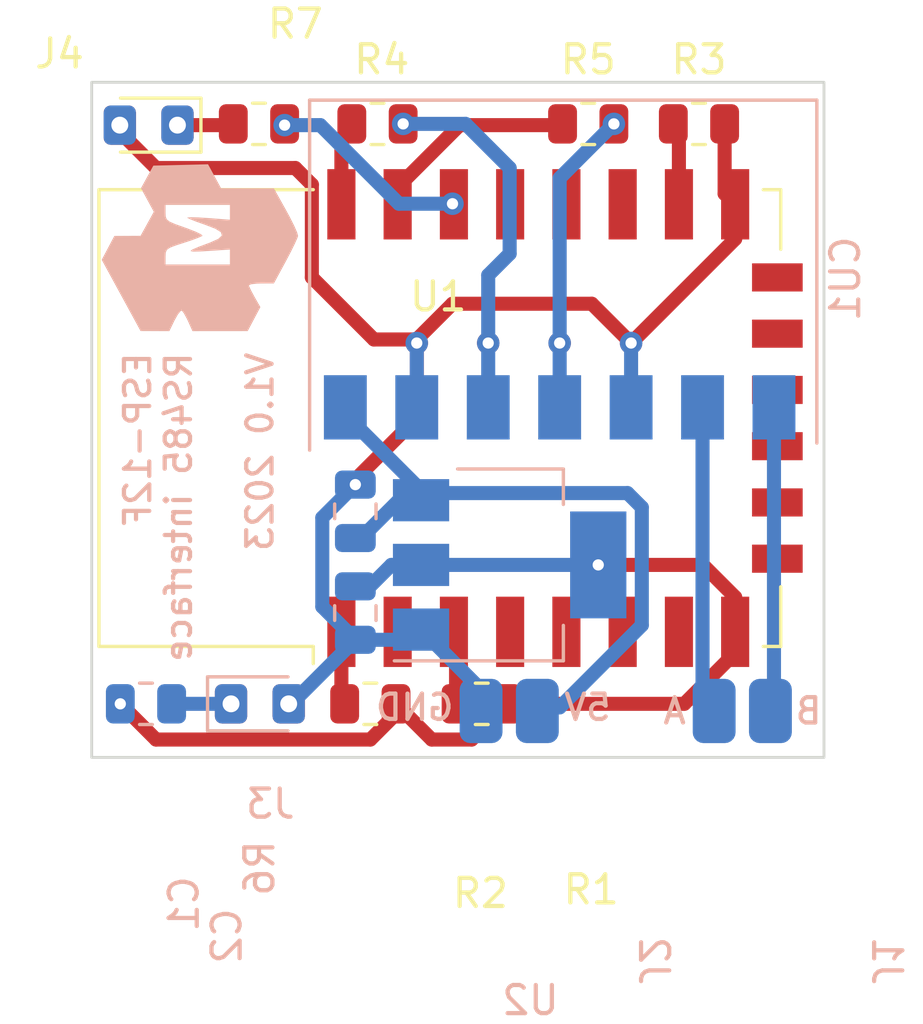
<source format=kicad_pcb>
(kicad_pcb (version 20211014) (generator pcbnew)
  (layers (0 "F.Cu" signal) (31 "B.Cu" signal) (34 "B.Paste" user) (35 "F.Paste" user) (36 "B.SilkS" user "B.Silkscreen") (37 "F.SilkS" user "F.Silkscreen") (38 "B.Mask" user) (39 "F.Mask" user) (44 "Edge.Cuts" user))
  (net 0 "")
  (net 1 "+5V")
  (net 2 "GND")
  (net 3 "+3.3V")
  (net 4 "Net-(CU1-Pad3)")
  (net 5 "Net-(CU1-Pad4)")
  (net 6 "/IN_A")
  (net 7 "/IN_B")
  (net 8 "Net-(R1-Pad2)")
  (net 9 "Net-(R2-Pad2)")
  (net 10 "Net-(R3-Pad1)")
  (net 11 "/ESP_TX")
  (net 12 "/ESP_RX")
  (net 28 "Net-(J3-Pad1)")
  (net 29 "Net-(J4-Pad1)")
  (net 30 "/GPIO_5")
  (footprint "Resistor_SMD:R_0805_2012Metric" (layer "F.Cu") (at 81.788 32.975)
    (fp_text reference "R3" (at 0 -2.286 180) (layer "F.SilkS"))
    (fp_text value "10k")
    (fp_line (start -0.227064 0.735) (end 0.227064 0.735) (layer "F.SilkS") (width 0.12))
    (fp_line (start -0.227064 -0.735) (end 0.227064 -0.735) (layer "F.SilkS") (width 0.12))
    (pad "1" smd roundrect (at -0.9125 0) (size 1.025 1.4) (layers "F.Cu" "F.Paste" "F.Mask") (roundrect_rratio 0.243902439) (net 10 "Net-(R3-Pad1)"))
    (pad "2" smd roundrect (at 0.9125 0) (size 1.025 1.4) (layers "F.Cu" "F.Paste" "F.Mask") (roundrect_rratio 0.243902439) (net 2 "GND"))
  )
  (footprint "Resistor_SMD:R_0805_2012Metric" (layer "F.Cu") (at 74.0645 53.594 180)
    (fp_text reference "R1" (at -3.89 -6.604) (layer "F.SilkS"))
    (fp_text value "10k")
    (fp_line (start -0.227064 -0.735) (end 0.227064 -0.735) (layer "F.SilkS") (width 0.12))
    (fp_line (start -0.227064 0.735) (end 0.227064 0.735) (layer "F.SilkS") (width 0.12))
    (pad "1" smd roundrect (at -0.9125 0 180) (size 1.025 1.4) (layers "F.Cu" "F.Paste" "F.Mask") (roundrect_rratio 0.243902439) (net 3 "+3.3V"))
    (pad "2" smd roundrect (at 0.9125 0 180) (size 1.025 1.4) (layers "F.Cu" "F.Paste" "F.Mask") (roundrect_rratio 0.243902439) (net 8 "Net-(R1-Pad2)"))
  )
  (footprint "Resistor_SMD:R_0805_2012Metric" (layer "F.Cu") (at 77.851 32.975)
    (fp_text reference "R5" (at 0 -2.286 180) (layer "F.SilkS"))
    (fp_text value "0")
    (fp_line (start -0.227064 -0.735) (end 0.227064 -0.735) (layer "F.SilkS") (width 0.12))
    (fp_line (start -0.227064 0.735) (end 0.227064 0.735) (layer "F.SilkS") (width 0.12))
    (pad "1" smd roundrect (at -0.9125 0) (size 1.025 1.4) (layers "F.Cu" "F.Paste" "F.Mask") (roundrect_rratio 0.243902439) (net 12 "/ESP_RX"))
    (pad "2" smd roundrect (at 0.9125 0) (size 1.025 1.4) (layers "F.Cu" "F.Paste" "F.Mask") (roundrect_rratio 0.243902439) (net 5 "Net-(CU1-Pad4)"))
  )
  (footprint "Resistor_SMD:R_0805_2012Metric" (layer "F.Cu") (at 66.1435 32.975 180)
    (fp_text reference "R7" (at -1.2935 3.556) (layer "F.SilkS"))
    (fp_text value "330")
    (fp_line (start -0.227064 -0.735) (end 0.227064 -0.735) (layer "F.SilkS") (width 0.12))
    (fp_line (start -0.227064 0.735) (end 0.227064 0.735) (layer "F.SilkS") (width 0.12))
    (pad "1" smd roundrect (at -0.9125 0 180) (size 1.025 1.4) (layers "F.Cu" "F.Paste" "F.Mask") (roundrect_rratio 0.243902) (net 30 "/GPIO_5"))
    (pad "2" smd roundrect (at 0.9125 0 180) (size 1.025 1.4) (layers "F.Cu" "F.Paste" "F.Mask") (roundrect_rratio 0.243902) (net 29 "Net-(J4-Pad1)"))
  )
  (footprint "-local:my_LED_0805_2012Metric_Pad1.15x1.40mm_HandSolder" (layer "F.Cu") (at 62.221 33.02 180)
    (fp_text reference "J4" (at 3.166 2.54 180) (layer "F.SilkS"))
    (fp_text value "LED")
    (fp_line (start -1.86 -0.96) (end -1.86 0.96) (layer "F.SilkS") (width 0.12))
    (fp_line (start 1 -0.96) (end -1.86 -0.96) (layer "F.SilkS") (width 0.12))
    (fp_line (start -1.86 0.96) (end 1 0.96) (layer "F.SilkS") (width 0.12))
    (pad "1" thru_hole roundrect (at -1.025 0 180) (size 1.15 1.4) (drill 0.6) (layers *.Cu *.Mask) (roundrect_rratio 0.217391) (net 29 "Net-(J4-Pad1)"))
    (pad "2" thru_hole roundrect (at 1.025 0 180) (size 1.15 1.4) (drill 0.6) (layers *.Cu *.Mask) (roundrect_rratio 0.217391) (net 2 "GND"))
  )
  (footprint "Resistor_SMD:R_0805_2012Metric" (layer "F.Cu") (at 70.358 32.975)
    (fp_text reference "R4" (at 0.1505 -2.286 180) (layer "F.SilkS"))
    (fp_text value "0")
    (fp_line (start -0.227064 0.735) (end 0.227064 0.735) (layer "F.SilkS") (width 0.12))
    (fp_line (start -0.227064 -0.735) (end 0.227064 -0.735) (layer "F.SilkS") (width 0.12))
    (pad "1" smd roundrect (at -0.9125 0) (size 1.025 1.4) (layers "F.Cu" "F.Paste" "F.Mask") (roundrect_rratio 0.243902439) (net 11 "/ESP_TX"))
    (pad "2" smd roundrect (at 0.9125 0) (size 1.025 1.4) (layers "F.Cu" "F.Paste" "F.Mask") (roundrect_rratio 0.243902439) (net 4 "Net-(CU1-Pad3)"))
  )
  (footprint "RF_Module:ESP-12E" (layer "F.Cu") (at 72.575 43.434 90)
    (fp_text reference "U1" (at 4.318 -0.058 180) (layer "F.SilkS"))
    (fp_text value "ESP-12F")
    (fp_line (start -8.12 -4.5) (end -8.73 -4.5) (layer "F.SilkS") (width 0.12))
    (fp_line (start 8.12 11.5) (end 8.12 12.12) (layer "F.SilkS") (width 0.12))
    (fp_line (start 8.12 12.12) (end 6 12.12) (layer "F.SilkS") (width 0.12))
    (fp_line (start -8.12 -12.12) (end 8.12 -12.12) (layer "F.SilkS") (width 0.12))
    (fp_line (start -8.12 12.12) (end -8.12 11.5) (layer "F.SilkS") (width 0.12))
    (fp_line (start -8.12 -4.5) (end -8.12 -12.12) (layer "F.SilkS") (width 0.12))
    (fp_line (start 8.12 -12.12) (end 8.12 -4.5) (layer "F.SilkS") (width 0.12))
    (fp_line (start -6 12.12) (end -8.12 12.12) (layer "F.SilkS") (width 0.12))
    (pad "1" smd rect (at -7.6 -3.5 90) (size 2.5 1) (layers "F.Cu" "F.Paste" "F.Mask") (net 9 "Net-(R2-Pad2)"))
    (pad "2" smd rect (at -7.6 -1.5 90) (size 2.5 1) (layers "F.Cu" "F.Paste" "F.Mask"))
    (pad "3" smd rect (at -7.6 0.5 90) (size 2.5 1) (layers "F.Cu" "F.Paste" "F.Mask") (net 8 "Net-(R1-Pad2)"))
    (pad "4" smd rect (at -7.6 2.5 90) (size 2.5 1) (layers "F.Cu" "F.Paste" "F.Mask"))
    (pad "5" smd rect (at -7.6 4.5 90) (size 2.5 1) (layers "F.Cu" "F.Paste" "F.Mask"))
    (pad "6" smd rect (at -7.6 6.5 90) (size 2.5 1) (layers "F.Cu" "F.Paste" "F.Mask"))
    (pad "7" smd rect (at -7.6 8.5 90) (size 2.5 1) (layers "F.Cu" "F.Paste" "F.Mask"))
    (pad "8" smd rect (at -7.6 10.5 90) (size 2.5 1) (layers "F.Cu" "F.Paste" "F.Mask") (net 3 "+3.3V"))
    (pad "9" smd rect (at -5 12 90) (size 1 1.8) (layers "F.Cu" "F.Paste" "F.Mask"))
    (pad "10" smd rect (at -3 12 90) (size 1 1.8) (layers "F.Cu" "F.Paste" "F.Mask"))
    (pad "11" smd rect (at -1 12 90) (size 1 1.8) (layers "F.Cu" "F.Paste" "F.Mask"))
    (pad "12" smd rect (at 1 12 90) (size 1 1.8) (layers "F.Cu" "F.Paste" "F.Mask"))
    (pad "13" smd rect (at 3 12 90) (size 1 1.8) (layers "F.Cu" "F.Paste" "F.Mask"))
    (pad "14" smd rect (at 5 12 90) (size 1 1.8) (layers "F.Cu" "F.Paste" "F.Mask"))
    (pad "15" smd rect (at 7.6 10.5 90) (size 2.5 1) (layers "F.Cu" "F.Paste" "F.Mask") (net 2 "GND"))
    (pad "16" smd rect (at 7.6 8.5 90) (size 2.5 1) (layers "F.Cu" "F.Paste" "F.Mask") (net 10 "Net-(R3-Pad1)"))
    (pad "17" smd rect (at 7.6 6.5 90) (size 2.5 1) (layers "F.Cu" "F.Paste" "F.Mask"))
    (pad "18" smd rect (at 7.6 4.5 90) (size 2.5 1) (layers "F.Cu" "F.Paste" "F.Mask"))
    (pad "19" smd rect (at 7.6 2.5 90) (size 2.5 1) (layers "F.Cu" "F.Paste" "F.Mask"))
    (pad "20" smd rect (at 7.6 0.5 90) (size 2.5 1) (layers "F.Cu" "F.Paste" "F.Mask") (net 30 "/GPIO_5"))
    (pad "21" smd rect (at 7.6 -1.5 90) (size 2.5 1) (layers "F.Cu" "F.Paste" "F.Mask") (net 12 "/ESP_RX"))
    (pad "22" smd rect (at 7.6 -3.5 90) (size 2.5 1) (layers "F.Cu" "F.Paste" "F.Mask") (net 11 "/ESP_TX"))
  )
  (footprint "Resistor_SMD:R_0805_2012Metric" (layer "F.Cu") (at 70.104 53.594 180)
    (fp_text reference "R2" (at -3.9135 -6.731) (layer "F.SilkS"))
    (fp_text value "10k")
    (fp_line (start -0.227064 0.735) (end 0.227064 0.735) (layer "F.SilkS") (width 0.12))
    (fp_line (start -0.227064 -0.735) (end 0.227064 -0.735) (layer "F.SilkS") (width 0.12))
    (pad "1" smd roundrect (at -0.9125 0 180) (size 1.025 1.4) (layers "F.Cu" "F.Paste" "F.Mask") (roundrect_rratio 0.243902439) (net 3 "+3.3V"))
    (pad "2" smd roundrect (at 0.9125 0 180) (size 1.025 1.4) (layers "F.Cu" "F.Paste" "F.Mask") (roundrect_rratio 0.243902439) (net 9 "Net-(R2-Pad2)"))
  )
  (footprint "-local:R411A01" (layer "B.Cu") (at 68.453 32.639 -90)
    (fp_text reference "CU1" (at 5.842 -18.542 90 unlocked) (layer "B.SilkS") (effects (justify mirror)))
    (fp_text value "R411A01")
    (fp_line (start 11.938 0.508) (end -0.508 0.508) (layer "B.SilkS") (width 0.12))
    (fp_line (start -0.508 0.508) (end -0.508 -17.526) (layer "B.SilkS") (width 0.12))
    (fp_line (start -0.508 -17.526) (end 11.684 -17.526) (layer "B.SilkS") (width 0.12))
    (pad "1" smd rect (at 10.414 -0.762 270) (size 2.286 1.524) (layers "B.Cu" "B.Paste" "B.Mask") (net 1 "+5V"))
    (pad "2" smd rect (at 10.414 -3.302 270) (size 2.286 1.524) (layers "B.Cu" "B.Paste" "B.Mask") (net 2 "GND"))
    (pad "3" smd rect (at 10.414 -5.842 270) (size 2.286 1.524) (layers "B.Cu" "B.Paste" "B.Mask") (net 4 "Net-(CU1-Pad3)"))
    (pad "4" smd rect (at 10.414 -8.382 270) (size 2.286 1.524) (layers "B.Cu" "B.Paste" "B.Mask") (net 5 "Net-(CU1-Pad4)"))
    (pad "5" smd rect (at 10.414 -10.922 270) (size 2.286 1.524) (layers "B.Cu" "B.Paste" "B.Mask"))
    (pad "6" smd rect (at 10.414 -13.462 270) (size 2.286 1.524) (layers "B.Cu" "B.Paste" "B.Mask") (net 6 "/IN_A"))
    (pad "7" smd rect (at 10.414 -16.002 270) (size 2.286 1.524) (layers "B.Cu" "B.Paste" "B.Mask") (net 7 "/IN_B"))
  )
  (footprint "-local:2pin_pad" (layer "B.Cu") (at 76.041 53.848 90)
    (fp_text reference "J2" (at -8.89 4.1435 270 unlocked) (layer "B.SilkS") (effects (justify mirror)))
    (fp_text value "PWR")
    (pad "1" smd roundrect (at 0 0 90) (size 2.286 1.524) (layers "B.Cu" "B.Paste" "B.Mask") (net 1 "+5V"))
    (pad "2" smd roundrect (at 0 -2 90) (size 2.286 1.524) (layers "B.Cu" "B.Paste" "B.Mask") (net 2 "GND"))
  )
  (footprint "-local:logo_kms_small_silkscreen" (layer "B.Cu") (at 64.008 36.957 -90)
    (fp_text reference "G***" hide)
    (fp_text value "LOGO" hide)
    (fp_poly (pts (xy 2.116877 2.764724) (xy 3.383025 2.074333) (xy 3.384846 1.562038) (xy 3.386667 1.049742) (xy 3.001301 0.862517) (xy 2.790526 0.744233) (xy 2.670184 0.645099) (xy 2.658544 0.606349) (xy 2.756204 0.53197) (xy 2.951559 0.426272) (xy 3.04391 0.382844) (xy 3.386667 0.228282) (xy 3.385955 -0.753692) (xy 3.385242 -1.735667) (xy 2.958732 -1.961382) (xy 2.532222 -2.187098) (xy 2.176278 -1.983569) (xy 1.955571 -1.864108) (xy 1.796662 -1.790367) (xy 1.756834 -1.77902) (xy 1.721214 -1.854803) (xy 1.697798 -2.050556) (xy 1.692499 -2.2225) (xy 1.691665 -2.667) (xy 0.909333 -3.090334) (xy 0.572241 -3.267716) (xy 0.281728 -3.411355) (xy 0.075183 -3.503285) (xy 0 -3.527314) (xy -0.123164 -3.493503) (xy -0.355769 -3.391419) (xy -0.661039 -3.238198) (xy -0.908502 -3.10398) (xy -1.690003 -2.667) (xy -1.69278 -1.100667) (xy -1.100666 -1.100667) (xy -0.57469 -1.100667) (xy -0.635467 -0.3175) (xy -0.656467 0.015334) (xy -0.662989 0.266572) (xy -0.654674 0.4023) (xy -0.643244 0.415066) (xy -0.591922 0.31503) (xy -0.506157 0.098671) (xy -0.403589 -0.189211) (xy -0.393179 -0.219934) (xy -0.253409 -0.583479) (xy -0.129647 -0.781514) (xy -0.013063 -0.816032) (xy 0.105175 -0.689025) (xy 0.233899 -0.402484) (xy 0.247907 -0.364532) (xy 0.389806 0.016194) (xy 0.484588 0.237516) (xy 0.539083 0.300543) (xy 0.56012 0.206382) (xy 0.554529 -0.043861) (xy 0.53802 -0.3175) (xy 0.486159 -1.100667) (xy 1.016 -1.100667) (xy 1.016 1.185333) (xy 0.734573 1.185333) (xy 0.592127 1.178256) (xy 0.494874 1.134867) (xy 0.417781 1.021929) (xy 0.335814 0.806205) (xy 0.25236 0.545104) (xy 0.151022 0.23986) (xy 0.062012 0.003481) (xy 0.001326 -0.122357) (xy -0.007325 -0.131527) (xy -0.059519 -0.074492) (xy -0.148137 0.109023) (xy -0.257282 0.38445) (xy -0.301766 0.508702) (xy -0.419082 0.837342) (xy -0.50633 1.037477) (xy -0.587853 1.140954) (xy -0.687997 1.179621) (xy -0.818987 1.185333) (xy -1.100666 1.185333) (xy -1.100666 -1.100667) (xy -1.69278 -1.100667) (xy -1.693333 -0.788912) (xy -2.119295 -0.557074) (xy -2.545257 -0.325237) (xy -2.521462 0.64663) (xy -2.497666 1.618497) (xy -1.694762 2.059689) (xy -0.856296 1.603339) (xy -0.00244 2.074333) (xy -0.000508 2.54) (xy 0.001425 3.005666) (xy 0.426076 3.230391) (xy 0.850728 3.455115)) (layer "B.SilkS") (width 0) (fill solid))
  )
  (footprint "Resistor_SMD:R_0805_2012Metric" (layer "B.Cu") (at 62.1265 53.594)
    (fp_text reference "R6" (at 4.0405 5.842 90) (layer "B.SilkS") (effects (justify mirror)))
    (fp_text value "330")
    (fp_line (start -0.227064 0.735) (end 0.227064 0.735) (layer "B.SilkS") (width 0.12))
    (fp_line (start -0.227064 -0.735) (end 0.227064 -0.735) (layer "B.SilkS") (width 0.12))
    (pad "1" smd roundrect (at -0.9125 0) (size 1.025 1.4) (layers "B.Cu" "B.Paste" "B.Mask") (roundrect_rratio 0.243902439) (net 3 "+3.3V"))
    (pad "2" smd roundrect (at 0.9125 0) (size 1.025 1.4) (layers "B.Cu" "B.Paste" "B.Mask") (roundrect_rratio 0.243902439) (net 28 "Net-(J3-Pad1)"))
  )
  (footprint "Package_TO_SOT_SMD:SOT-223-3_TabPin2" (layer "B.Cu") (at 75.057 48.655)
    (fp_text reference "U2" (at 0.7385 15.48 180) (layer "B.SilkS") (effects (justify mirror)))
    (fp_text value "AMS1117-3.3")
    (fp_line (start -1.85 -3.41) (end 1.91 -3.41) (layer "B.SilkS") (width 0.12))
    (fp_line (start 1.91 -3.41) (end 1.91 -2.15) (layer "B.SilkS") (width 0.12))
    (fp_line (start 1.91 3.41) (end 1.91 2.15) (layer "B.SilkS") (width 0.12))
    (fp_line (start -4.1 3.41) (end 1.91 3.41) (layer "B.SilkS") (width 0.12))
    (pad "1" smd rect (at -3.15 2.3) (size 2 1.5) (layers "B.Cu" "B.Paste" "B.Mask") (net 2 "GND"))
    (pad "2" smd rect (at -3.15 0) (size 2 1.5) (layers "B.Cu" "B.Paste" "B.Mask") (net 3 "+3.3V"))
    (pad "2" smd rect (at 3.15 0) (size 2 3.8) (layers "B.Cu" "B.Paste" "B.Mask") (net 3 "+3.3V"))
    (pad "3" smd rect (at -3.15 -2.3) (size 2 1.5) (layers "B.Cu" "B.Paste" "B.Mask") (net 1 "+5V"))
  )
  (footprint "-local:2pin_pad" (layer "B.Cu") (at 84.328 53.848 90)
    (fp_text reference "J1" (at -8.89 4.1435 270 unlocked) (layer "B.SilkS") (effects (justify mirror)))
    (fp_text value "RS485")
    (pad "1" smd roundrect (at 0 0 90) (size 2.286 1.524) (layers "B.Cu" "B.Paste" "B.Mask") (net 7 "/IN_B"))
    (pad "2" smd roundrect (at 0 -2 90) (size 2.286 1.524) (layers "B.Cu" "B.Paste" "B.Mask") (net 6 "/IN_A"))
  )
  (footprint "-local:my_LED_0805_2012Metric_Pad1.15x1.40mm_HandSolder" (layer "B.Cu") (at 66.176 53.594)
    (fp_text reference "J3" (at 0.372 3.556 180) (layer "B.SilkS") (effects (justify mirror)))
    (fp_text value "LED")
    (fp_line (start 1 0.96) (end -1.86 0.96) (layer "B.SilkS") (width 0.12))
    (fp_line (start -1.86 0.96) (end -1.86 -0.96) (layer "B.SilkS") (width 0.12))
    (fp_line (start -1.86 -0.96) (end 1 -0.96) (layer "B.SilkS") (width 0.12))
    (pad "1" thru_hole roundrect (at -1.025 0) (size 1.15 1.4) (drill 0.6) (layers *.Cu *.Mask) (roundrect_rratio 0.217391) (net 28 "Net-(J3-Pad1)"))
    (pad "2" thru_hole roundrect (at 1.025 0) (size 1.15 1.4) (drill 0.6) (layers *.Cu *.Mask) (roundrect_rratio 0.217391) (net 2 "GND"))
  )
  (footprint "Capacitor_SMD:C_0805_2012Metric" (layer "B.Cu") (at 69.571 46.75 90)
    (fp_text reference "C1" (at -13.956 -6.0945 90) (layer "B.SilkS") (effects (justify mirror)))
    (fp_text value "10u")
    (fp_line (start -0.261252 0.735) (end 0.261252 0.735) (layer "B.SilkS") (width 0.12))
    (fp_line (start -0.261252 -0.735) (end 0.261252 -0.735) (layer "B.SilkS") (width 0.12))
    (pad "1" smd roundrect (at -0.95 0 90) (size 1 1.45) (layers "B.Cu" "B.Paste" "B.Mask") (net 1 "+5V"))
    (pad "2" smd roundrect (at 0.95 0 90) (size 1 1.45) (layers "B.Cu" "B.Paste" "B.Mask") (net 2 "GND"))
  )
  (footprint "Capacitor_SMD:C_0805_2012Metric" (layer "B.Cu") (at 69.571 50.367 -90)
    (fp_text reference "C2" (at 11.482 4.5705 90) (layer "B.SilkS") (effects (justify mirror)))
    (fp_text value "10u")
    (fp_line (start -0.261252 0.735) (end 0.261252 0.735) (layer "B.SilkS") (width 0.12))
    (fp_line (start -0.261252 -0.735) (end 0.261252 -0.735) (layer "B.SilkS") (width 0.12))
    (pad "1" smd roundrect (at -0.95 0 270) (size 1 1.45) (layers "B.Cu" "B.Paste" "B.Mask") (net 3 "+3.3V"))
    (pad "2" smd roundrect (at 0.95 0 270) (size 1 1.45) (layers "B.Cu" "B.Paste" "B.Mask") (net 2 "GND"))
  )
  (gr_rect (start 86.233 31.496) (end 60.198 55.499) (layer "Edge.Cuts") (width 0.1) (fill none))
  (gr_text "A" (at 81.407 53.848) (layer "B.SilkS") (effects (font (size 0.9 0.9)) (justify left mirror)))
  (gr_text "GND" (at 73.152 53.721) (layer "B.SilkS") (effects (font (size 0.9 0.9)) (justify left mirror)))
  (gr_text "5V" (at 78.74 53.721) (layer "B.SilkS") (effects (font (size 0.9 0.9)) (justify left mirror)))
  (gr_text "ESP-12F \nRS485 interface\n\nV1.0 2023" (at 64.008 41.021 90) (layer "B.SilkS") (effects (font (size 0.9 0.9)) (justify left mirror)))
  (gr_text "B" (at 86.233 53.848) (layer "B.SilkS") (effects (font (size 0.9 0.9)) (justify left mirror)))
  (segment (start 71.907 46.355) (end 71.907 45.999) (width 0.5) (layer "B.Cu") (net 1))
  (segment (start 79.248 46.101) (end 72.161 46.101) (width 0.5) (layer "B.Cu") (net 1))
  (segment (start 71.12 46.355) (end 71.907 46.355) (width 0.5) (layer "B.Cu") (net 1))
  (segment (start 76.041 53.721) (end 76.835 53.721) (width 0.5) (layer "B.Cu") (net 1))
  (segment (start 76.835 53.721) (end 79.756 50.8) (width 0.5) (layer "B.Cu") (net 1))
  (segment (start 79.756 50.8) (end 79.756 46.609) (width 0.5) (layer "B.Cu") (net 1))
  (segment (start 71.907 45.999) (end 69.215 43.307) (width 0.5) (layer "B.Cu") (net 1))
  (segment (start 69.571 47.7) (end 69.775 47.7) (width 0.5) (layer "B.Cu") (net 1))
  (segment (start 69.775 47.7) (end 71.12 46.355) (width 0.5) (layer "B.Cu") (net 1))
  (segment (start 79.756 46.609) (end 79.248 46.101) (width 0.5) (layer "B.Cu") (net 1))
  (segment (start 69.215 43.307) (end 69.215 43.053) (width 0.5) (layer "B.Cu") (net 1))
  (segment (start 72.161 46.101) (end 71.907 46.355) (width 0.5) (layer "B.Cu") (net 1))
  (segment (start 71.755 43.434) (end 71.755 40.767) (width 0.5) (layer "F.Cu") (net 2))
  (segment (start 61.196 33.256) (end 61.196 33.02) (width 0.5) (layer "F.Cu") (net 2))
  (segment (start 68.025 35.132) (end 67.437 34.544) (width 0.5) (layer "F.Cu") (net 2))
  (segment (start 69.571 45.618) (end 71.755 43.434) (width 0.5) (layer "F.Cu") (net 2))
  (segment (start 71.755 40.64) (end 70.231 40.64) (width 0.5) (layer "F.Cu") (net 2))
  (segment (start 67.437 34.544) (end 62.484 34.544) (width 0.5) (layer "F.Cu") (net 2))
  (segment (start 82.7005 35.4595) (end 83.075 35.834) (width 0.5) (layer "F.Cu") (net 2))
  (segment (start 70.231 40.64) (end 68.025 38.434) (width 0.5) (layer "F.Cu") (net 2))
  (segment (start 82.7005 32.975) (end 82.7005 35.4595) (width 0.5) (layer "F.Cu") (net 2))
  (segment (start 77.978 39.37) (end 73.025 39.37) (width 0.5) (layer "F.Cu") (net 2))
  (segment (start 62.484 34.544) (end 61.196 33.256) (width 0.5) (layer "F.Cu") (net 2))
  (segment (start 69.571 45.8) (end 69.571 45.618) (width 0.5) (layer "F.Cu") (net 2))
  (segment (start 73.025 39.37) (end 71.755 40.64) (width 0.5) (layer "F.Cu") (net 2))
  (segment (start 79.375 40.767) (end 77.978 39.37) (width 0.5) (layer "F.Cu") (net 2))
  (segment (start 83.075 37.067) (end 83.075 35.834) (width 0.5) (layer "F.Cu") (net 2))
  (segment (start 68.025 38.434) (end 68.025 35.132) (width 0.5) (layer "F.Cu") (net 2))
  (segment (start 79.375 40.767) (end 83.075 37.067) (width 0.5) (layer "F.Cu") (net 2))
  (via (at 79.375 40.767) (size 0.8) (drill 0.4) (layers "F.Cu" "B.Cu") (net 2))
  (via (at 69.571 45.8) (size 0.8) (drill 0.4) (layers "F.Cu" "B.Cu") (net 2))
  (via (at 71.755 40.767) (size 0.8) (drill 0.4) (layers "F.Cu" "B.Cu") (net 2))
  (segment (start 69.571 51.317) (end 71.545 51.317) (width 0.5) (layer "B.Cu") (net 2))
  (segment (start 71.755 40.767) (end 71.755 43.053) (width 0.5) (layer "B.Cu") (net 2))
  (segment (start 79.375 43.053) (end 79.375 40.767) (width 0.5) (layer "B.Cu") (net 2))
  (segment (start 71.545 51.317) (end 71.907 50.955) (width 0.5) (layer "B.Cu") (net 2))
  (segment (start 67.151 53.594) (end 67.294 53.594) (width 0.5) (layer "B.Cu") (net 2))
  (segment (start 68.396 46.975) (end 68.396 50.142) (width 0.5) (layer "B.Cu") (net 2))
  (segment (start 74.041 53.089) (end 71.907 50.955) (width 0.5) (layer "B.Cu") (net 2))
  (segment (start 74.041 53.721) (end 74.041 53.089) (width 0.5) (layer "B.Cu") (net 2))
  (segment (start 69.571 45.8) (end 68.396 46.975) (width 0.5) (layer "B.Cu") (net 2))
  (segment (start 68.396 50.142) (end 69.571 51.317) (width 0.5) (layer "B.Cu") (net 2))
  (segment (start 67.294 53.594) (end 69.571 51.317) (width 0.5) (layer "B.Cu") (net 2))
  (segment (start 83.075 49.801) (end 81.915 48.641) (width 0.5) (layer "F.Cu") (net 3))
  (segment (start 70.104 54.864) (end 71.0165 53.9515) (width 0.5) (layer "F.Cu") (net 3))
  (segment (start 73.707 54.864) (end 74.977 53.594) (width 0.5) (layer "F.Cu") (net 3))
  (segment (start 81.901 48.655) (end 78.207 48.655) (width 0.5) (layer "F.Cu") (net 3))
  (segment (start 83.075 51.784) (end 83.075 51.034) (width 0.5) (layer "F.Cu") (net 3))
  (segment (start 61.214 53.594) (end 62.484 54.864) (width 0.5) (layer "F.Cu") (net 3))
  (segment (start 72.2865 54.864) (end 73.707 54.864) (width 0.5) (layer "F.Cu") (net 3))
  (segment (start 71.0165 53.594) (end 72.2865 54.864) (width 0.5) (layer "F.Cu") (net 3))
  (segment (start 83.075 51.034) (end 83.075 49.801) (width 0.5) (layer "F.Cu") (net 3))
  (segment (start 71.0165 53.9515) (end 71.0165 53.594) (width 0.5) (layer "F.Cu") (net 3))
  (segment (start 74.977 53.594) (end 81.265 53.594) (width 0.5) (layer "F.Cu") (net 3))
  (segment (start 62.484 54.864) (end 70.104 54.864) (width 0.5) (layer "F.Cu") (net 3))
  (segment (start 81.915 48.641) (end 81.901 48.655) (width 0.5) (layer "F.Cu") (net 3))
  (segment (start 81.265 53.594) (end 83.075 51.784) (width 0.5) (layer "F.Cu") (net 3))
  (via (at 61.214 53.594) (size 0.8) (drill 0.4) (layers "F.Cu" "B.Cu") (net 3))
  (via (at 78.207 48.655) (size 0.8) (drill 0.4) (layers "F.Cu" "B.Cu") (net 3))
  (segment (start 71.907 48.655) (end 78.207 48.655) (width 0.5) (layer "B.Cu") (net 3))
  (segment (start 70.09 49.417) (end 70.852 48.655) (width 0.5) (layer "B.Cu") (net 3))
  (segment (start 70.852 48.655) (end 71.907 48.655) (width 0.5) (layer "B.Cu") (net 3))
  (segment (start 69.571 49.417) (end 70.09 49.417) (width 0.5) (layer "B.Cu") (net 3))
  (via (at 71.2705 32.975) (size 0.8) (drill 0.4) (layers "F.Cu" "B.Cu") (net 4))
  (via (at 74.295 40.767) (size 0.8) (drill 0.4) (layers "F.Cu" "B.Cu") (net 4))
  (segment (start 73.488 32.975) (end 75.057 34.544) (width 0.5) (layer "B.Cu") (net 4))
  (segment (start 74.295 38.354) (end 74.295 43.053) (width 0.5) (layer "B.Cu") (net 4))
  (segment (start 71.2705 32.975) (end 73.488 32.975) (width 0.5) (layer "B.Cu") (net 4))
  (segment (start 75.057 34.544) (end 75.057 37.592) (width 0.5) (layer "B.Cu") (net 4))
  (segment (start 75.057 37.592) (end 74.295 38.354) (width 0.5) (layer "B.Cu") (net 4))
  (segment (start 78.74 33.147) (end 78.74 32.9985) (width 0.5) (layer "F.Cu") (net 5))
  (segment (start 78.74 32.9985) (end 78.7635 32.975) (width 0.5) (layer "F.Cu") (net 5))
  (via (at 76.835 40.767) (size 0.8) (drill 0.4) (layers "F.Cu" "B.Cu") (net 5))
  (via (at 78.7635 32.975) (size 0.8) (drill 0.4) (layers "F.Cu" "B.Cu") (net 5))
  (segment (start 76.835 43.053) (end 76.835 40.767) (width 0.5) (layer "B.Cu") (net 5))
  (segment (start 78.7635 32.975) (end 76.835 34.9035) (width 0.5) (layer "B.Cu") (net 5))
  (segment (start 76.835 34.9035) (end 76.835 40.64) (width 0.5) (layer "B.Cu") (net 5))
  (segment (start 82.328 53.848) (end 81.915 53.435) (width 0.5) (layer "B.Cu") (net 6))
  (segment (start 81.915 53.435) (end 81.915 43.053) (width 0.5) (layer "B.Cu") (net 6))
  (segment (start 84.455 53.721) (end 84.455 43.053) (width 0.5) (layer "B.Cu") (net 7))
  (segment (start 84.328 53.848) (end 84.455 53.721) (width 0.5) (layer "B.Cu") (net 7))
  (segment (start 73.152 51.111) (end 73.075 51.034) (width 0.5) (layer "F.Cu") (net 8))
  (segment (start 73.152 53.594) (end 73.152 51.111) (width 0.5) (layer "F.Cu") (net 8))
  (segment (start 69.075 53.4775) (end 69.1915 53.594) (width 0.5) (layer "F.Cu") (net 9))
  (segment (start 69.075 51.034) (end 69.075 53.4775) (width 0.5) (layer "F.Cu") (net 9))
  (segment (start 81.075 33.1745) (end 81.075 35.834) (width 0.5) (layer "F.Cu") (net 10))
  (segment (start 80.8755 33.147) (end 80.8755 32.975) (width 0.5) (layer "F.Cu") (net 10))
  (segment (start 80.8755 32.975) (end 81.075 33.1745) (width 0.5) (layer "F.Cu") (net 10))
  (segment (start 69.075 35.834) (end 69.075 33.5175) (width 0.5) (layer "F.Cu") (net 11))
  (segment (start 69.075 33.5175) (end 69.4455 33.147) (width 0.5) (layer "F.Cu") (net 11))
  (segment (start 73.279 33.02) (end 71.075 35.224) (width 0.5) (layer "F.Cu") (net 12))
  (segment (start 71.075 35.224) (end 71.075 35.834) (width 0.5) (layer "F.Cu") (net 12))
  (segment (start 76.8115 33.02) (end 73.279 33.02) (width 0.5) (layer "F.Cu") (net 12))
  (segment (start 76.9385 33.147) (end 76.8115 33.02) (width 0.5) (layer "F.Cu") (net 12))
  (segment (start 65.151 53.594) (end 63.039 53.594) (width 0.5) (layer "B.Cu") (net 28))
  (segment (start 63.246 33.02) (end 65.231 33.02) (width 0.5) (layer "F.Cu") (net 29))
  (via (at 67.056 33.02) (size 0.8) (drill 0.4) (layers "F.Cu" "B.Cu") (net 30))
  (via (at 73.025 35.814) (size 0.8) (drill 0.4) (layers "F.Cu" "B.Cu") (net 30))
  (segment (start 71.12 35.814) (end 73.025 35.814) (width 0.5) (layer "B.Cu") (net 30))
  (segment (start 67.056 33.02) (end 68.326 33.02) (width 0.5) (layer "B.Cu") (net 30))
  (segment (start 68.326 33.02) (end 71.12 35.814) (width 0.5) (layer "B.Cu") (net 30))
)
</source>
